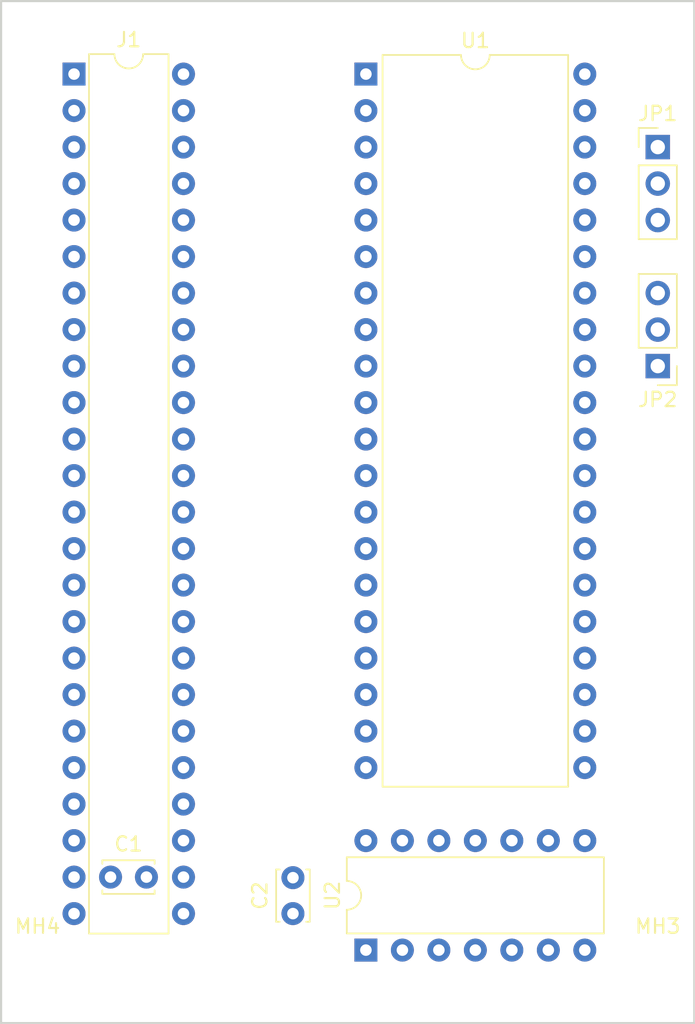
<source format=kicad_pcb>
(kicad_pcb (version 20171130) (host pcbnew 5.1.5+dfsg1-2build2)

  (general
    (thickness 1.6)
    (drawings 4)
    (tracks 0)
    (zones 0)
    (modules 11)
    (nets 52)
  )

  (page A4)
  (layers
    (0 F.Cu signal hide)
    (31 B.Cu signal)
    (32 B.Adhes user)
    (33 F.Adhes user)
    (34 B.Paste user)
    (35 F.Paste user)
    (36 B.SilkS user)
    (37 F.SilkS user)
    (38 B.Mask user)
    (39 F.Mask user)
    (40 Dwgs.User user)
    (41 Cmts.User user)
    (42 Eco1.User user)
    (43 Eco2.User user)
    (44 Edge.Cuts user)
    (45 Margin user)
    (46 B.CrtYd user)
    (47 F.CrtYd user)
    (48 B.Fab user)
    (49 F.Fab user)
  )

  (setup
    (last_trace_width 0.2)
    (user_trace_width 0.2)
    (user_trace_width 0.4)
    (user_trace_width 0.6)
    (user_trace_width 0.8)
    (user_trace_width 1)
    (user_trace_width 1.2)
    (user_trace_width 1.6)
    (user_trace_width 2)
    (trace_clearance 0.2)
    (zone_clearance 0.35)
    (zone_45_only no)
    (trace_min 0.1524)
    (via_size 0.6)
    (via_drill 0.3)
    (via_min_size 0.5)
    (via_min_drill 0.2)
    (user_via 0.9 0.5)
    (user_via 1.2 0.8)
    (user_via 1.4 0.9)
    (user_via 1.5 1)
    (uvia_size 0.3)
    (uvia_drill 0.1)
    (uvias_allowed no)
    (uvia_min_size 0.2)
    (uvia_min_drill 0.1)
    (edge_width 0.15)
    (segment_width 0.2)
    (pcb_text_width 0.3)
    (pcb_text_size 1.5 1.5)
    (mod_edge_width 0.15)
    (mod_text_size 1 1)
    (mod_text_width 0.15)
    (pad_size 3.2 3.2)
    (pad_drill 3.2)
    (pad_to_mask_clearance 0.051)
    (solder_mask_min_width 0.25)
    (aux_axis_origin 101 70)
    (grid_origin 101 70)
    (visible_elements FFFDFF7F)
    (pcbplotparams
      (layerselection 0x010fc_ffffffff)
      (usegerberextensions false)
      (usegerberattributes false)
      (usegerberadvancedattributes false)
      (creategerberjobfile false)
      (excludeedgelayer true)
      (linewidth 0.100000)
      (plotframeref false)
      (viasonmask false)
      (mode 1)
      (useauxorigin false)
      (hpglpennumber 1)
      (hpglpenspeed 20)
      (hpglpendiameter 15.000000)
      (psnegative false)
      (psa4output false)
      (plotreference true)
      (plotvalue true)
      (plotinvisibletext false)
      (padsonsilk false)
      (subtractmaskfromsilk false)
      (outputformat 1)
      (mirror false)
      (drillshape 1)
      (scaleselection 1)
      (outputdirectory ""))
  )

  (net 0 "")
  (net 1 VCC)
  (net 2 GND)
  (net 3 "Net-(J1-Pad30)")
  (net 4 /P26)
  (net 5 "Net-(J1-Pad27)")
  (net 6 /P27)
  (net 7 /P47)
  (net 8 "Net-(J1-Pad28)")
  (net 9 "Net-(J1-Pad29)")
  (net 10 /P46)
  (net 11 "Net-(J1-Pad26)")
  (net 12 "Net-(J1-Pad19)")
  (net 13 /P25)
  (net 14 /P24)
  (net 15 /P23)
  (net 16 /P22)
  (net 17 /P21)
  (net 18 /P20)
  (net 19 /P34)
  (net 20 "Net-(J1-Pad10)")
  (net 21 /P35)
  (net 22 /P17)
  (net 23 /P36)
  (net 24 /P16)
  (net 25 "Net-(J1-Pad39)")
  (net 26 /P15)
  (net 27 /P40)
  (net 28 /P14)
  (net 29 /P41)
  (net 30 /P13)
  (net 31 /P42)
  (net 32 /P12)
  (net 33 /P11)
  (net 34 /P44)
  (net 35 /P10)
  (net 36 /P45)
  (net 37 /#RESET)
  (net 38 "Net-(U2-Pad11)")
  (net 39 "Net-(U2-Pad8)")
  (net 40 "Net-(JP1-Pad3)")
  (net 41 "Net-(U1-Pad3)")
  (net 42 /P50)
  (net 43 /P43)
  (net 44 /P52)
  (net 45 /P30)
  (net 46 /P31)
  (net 47 /P32)
  (net 48 /P33)
  (net 49 /P37)
  (net 50 /P51)
  (net 51 "Net-(JP2-Pad1)")

  (net_class Default "This is the default net class."
    (clearance 0.2)
    (trace_width 0.2)
    (via_dia 0.6)
    (via_drill 0.3)
    (uvia_dia 0.3)
    (uvia_drill 0.1)
    (diff_pair_width 0.2)
    (diff_pair_gap 0.2)
    (add_net /#RESET)
    (add_net /P10)
    (add_net /P11)
    (add_net /P12)
    (add_net /P13)
    (add_net /P14)
    (add_net /P15)
    (add_net /P16)
    (add_net /P17)
    (add_net /P20)
    (add_net /P21)
    (add_net /P22)
    (add_net /P23)
    (add_net /P24)
    (add_net /P25)
    (add_net /P26)
    (add_net /P27)
    (add_net /P30)
    (add_net /P31)
    (add_net /P32)
    (add_net /P33)
    (add_net /P34)
    (add_net /P35)
    (add_net /P36)
    (add_net /P37)
    (add_net /P40)
    (add_net /P41)
    (add_net /P42)
    (add_net /P43)
    (add_net /P44)
    (add_net /P45)
    (add_net /P46)
    (add_net /P47)
    (add_net /P50)
    (add_net /P51)
    (add_net /P52)
    (add_net GND)
    (add_net "Net-(J1-Pad10)")
    (add_net "Net-(J1-Pad19)")
    (add_net "Net-(J1-Pad26)")
    (add_net "Net-(J1-Pad27)")
    (add_net "Net-(J1-Pad28)")
    (add_net "Net-(J1-Pad29)")
    (add_net "Net-(J1-Pad30)")
    (add_net "Net-(J1-Pad39)")
    (add_net "Net-(JP1-Pad3)")
    (add_net "Net-(JP2-Pad1)")
    (add_net "Net-(U1-Pad3)")
    (add_net "Net-(U2-Pad11)")
    (add_net "Net-(U2-Pad8)")
    (add_net VCC)
  )

  (module Connector_PinHeader_2.54mm:PinHeader_1x03_P2.54mm_Vertical (layer F.Cu) (tedit 59FED5CC) (tstamp 619A5EA2)
    (at 144.18 92.86 180)
    (descr "Through hole straight pin header, 1x03, 2.54mm pitch, single row")
    (tags "Through hole pin header THT 1x03 2.54mm single row")
    (path /61AA28F8)
    (fp_text reference JP2 (at 0 -2.33) (layer F.SilkS)
      (effects (font (size 1 1) (thickness 0.15)))
    )
    (fp_text value SingleStep (at 0 7.41) (layer F.Fab)
      (effects (font (size 1 1) (thickness 0.15)))
    )
    (fp_text user %R (at 0 2.54 90) (layer F.Fab)
      (effects (font (size 1 1) (thickness 0.15)))
    )
    (fp_line (start 1.8 -1.8) (end -1.8 -1.8) (layer F.CrtYd) (width 0.05))
    (fp_line (start 1.8 6.85) (end 1.8 -1.8) (layer F.CrtYd) (width 0.05))
    (fp_line (start -1.8 6.85) (end 1.8 6.85) (layer F.CrtYd) (width 0.05))
    (fp_line (start -1.8 -1.8) (end -1.8 6.85) (layer F.CrtYd) (width 0.05))
    (fp_line (start -1.33 -1.33) (end 0 -1.33) (layer F.SilkS) (width 0.12))
    (fp_line (start -1.33 0) (end -1.33 -1.33) (layer F.SilkS) (width 0.12))
    (fp_line (start -1.33 1.27) (end 1.33 1.27) (layer F.SilkS) (width 0.12))
    (fp_line (start 1.33 1.27) (end 1.33 6.41) (layer F.SilkS) (width 0.12))
    (fp_line (start -1.33 1.27) (end -1.33 6.41) (layer F.SilkS) (width 0.12))
    (fp_line (start -1.33 6.41) (end 1.33 6.41) (layer F.SilkS) (width 0.12))
    (fp_line (start -1.27 -0.635) (end -0.635 -1.27) (layer F.Fab) (width 0.1))
    (fp_line (start -1.27 6.35) (end -1.27 -0.635) (layer F.Fab) (width 0.1))
    (fp_line (start 1.27 6.35) (end -1.27 6.35) (layer F.Fab) (width 0.1))
    (fp_line (start 1.27 -1.27) (end 1.27 6.35) (layer F.Fab) (width 0.1))
    (fp_line (start -0.635 -1.27) (end 1.27 -1.27) (layer F.Fab) (width 0.1))
    (pad 3 thru_hole oval (at 0 5.08 180) (size 1.7 1.7) (drill 1) (layers *.Cu *.Mask)
      (net 43 /P43))
    (pad 2 thru_hole oval (at 0 2.54 180) (size 1.7 1.7) (drill 1) (layers *.Cu *.Mask)
      (net 50 /P51))
    (pad 1 thru_hole rect (at 0 0 180) (size 1.7 1.7) (drill 1) (layers *.Cu *.Mask)
      (net 51 "Net-(JP2-Pad1)"))
    (model ${KISYS3DMOD}/Connector_PinHeader_2.54mm.3dshapes/PinHeader_1x03_P2.54mm_Vertical.wrl
      (at (xyz 0 0 0))
      (scale (xyz 1 1 1))
      (rotate (xyz 0 0 0))
    )
  )

  (module Package_DIP:DIP-40_W15.24mm (layer F.Cu) (tedit 5A02E8C5) (tstamp 61993FA6)
    (at 123.86 72.54)
    (descr "40-lead though-hole mounted DIP package, row spacing 15.24 mm (600 mils)")
    (tags "THT DIP DIL PDIP 2.54mm 15.24mm 600mil")
    (path /61A62C61)
    (fp_text reference U1 (at 7.62 -2.33) (layer F.SilkS)
      (effects (font (size 1 1) (thickness 0.15)))
    )
    (fp_text value MC6801P (at 7.62 50.59) (layer F.Fab)
      (effects (font (size 1 1) (thickness 0.15)))
    )
    (fp_text user %R (at 7.62 24.13) (layer F.Fab)
      (effects (font (size 1 1) (thickness 0.15)))
    )
    (fp_line (start 16.3 -1.55) (end -1.05 -1.55) (layer F.CrtYd) (width 0.05))
    (fp_line (start 16.3 49.8) (end 16.3 -1.55) (layer F.CrtYd) (width 0.05))
    (fp_line (start -1.05 49.8) (end 16.3 49.8) (layer F.CrtYd) (width 0.05))
    (fp_line (start -1.05 -1.55) (end -1.05 49.8) (layer F.CrtYd) (width 0.05))
    (fp_line (start 14.08 -1.33) (end 8.62 -1.33) (layer F.SilkS) (width 0.12))
    (fp_line (start 14.08 49.59) (end 14.08 -1.33) (layer F.SilkS) (width 0.12))
    (fp_line (start 1.16 49.59) (end 14.08 49.59) (layer F.SilkS) (width 0.12))
    (fp_line (start 1.16 -1.33) (end 1.16 49.59) (layer F.SilkS) (width 0.12))
    (fp_line (start 6.62 -1.33) (end 1.16 -1.33) (layer F.SilkS) (width 0.12))
    (fp_line (start 0.255 -0.27) (end 1.255 -1.27) (layer F.Fab) (width 0.1))
    (fp_line (start 0.255 49.53) (end 0.255 -0.27) (layer F.Fab) (width 0.1))
    (fp_line (start 14.985 49.53) (end 0.255 49.53) (layer F.Fab) (width 0.1))
    (fp_line (start 14.985 -1.27) (end 14.985 49.53) (layer F.Fab) (width 0.1))
    (fp_line (start 1.255 -1.27) (end 14.985 -1.27) (layer F.Fab) (width 0.1))
    (fp_arc (start 7.62 -1.33) (end 6.62 -1.33) (angle -180) (layer F.SilkS) (width 0.12))
    (pad 40 thru_hole oval (at 15.24 0) (size 1.6 1.6) (drill 0.8) (layers *.Cu *.Mask)
      (net 7 /P47))
    (pad 20 thru_hole oval (at 0 48.26) (size 1.6 1.6) (drill 0.8) (layers *.Cu *.Mask)
      (net 49 /P37))
    (pad 39 thru_hole oval (at 15.24 2.54) (size 1.6 1.6) (drill 0.8) (layers *.Cu *.Mask)
      (net 27 /P40))
    (pad 19 thru_hole oval (at 0 45.72) (size 1.6 1.6) (drill 0.8) (layers *.Cu *.Mask)
      (net 23 /P36))
    (pad 38 thru_hole oval (at 15.24 5.08) (size 1.6 1.6) (drill 0.8) (layers *.Cu *.Mask)
      (net 29 /P41))
    (pad 18 thru_hole oval (at 0 43.18) (size 1.6 1.6) (drill 0.8) (layers *.Cu *.Mask)
      (net 21 /P35))
    (pad 37 thru_hole oval (at 15.24 7.62) (size 1.6 1.6) (drill 0.8) (layers *.Cu *.Mask)
      (net 35 /P10))
    (pad 17 thru_hole oval (at 0 40.64) (size 1.6 1.6) (drill 0.8) (layers *.Cu *.Mask)
      (net 19 /P34))
    (pad 36 thru_hole oval (at 15.24 10.16) (size 1.6 1.6) (drill 0.8) (layers *.Cu *.Mask)
      (net 33 /P11))
    (pad 16 thru_hole oval (at 0 38.1) (size 1.6 1.6) (drill 0.8) (layers *.Cu *.Mask)
      (net 48 /P33))
    (pad 35 thru_hole oval (at 15.24 12.7) (size 1.6 1.6) (drill 0.8) (layers *.Cu *.Mask)
      (net 32 /P12))
    (pad 15 thru_hole oval (at 0 35.56) (size 1.6 1.6) (drill 0.8) (layers *.Cu *.Mask)
      (net 47 /P32))
    (pad 34 thru_hole oval (at 15.24 15.24) (size 1.6 1.6) (drill 0.8) (layers *.Cu *.Mask)
      (net 30 /P13))
    (pad 14 thru_hole oval (at 0 33.02) (size 1.6 1.6) (drill 0.8) (layers *.Cu *.Mask)
      (net 46 /P31))
    (pad 33 thru_hole oval (at 15.24 17.78) (size 1.6 1.6) (drill 0.8) (layers *.Cu *.Mask)
      (net 28 /P14))
    (pad 13 thru_hole oval (at 0 30.48) (size 1.6 1.6) (drill 0.8) (layers *.Cu *.Mask)
      (net 45 /P30))
    (pad 32 thru_hole oval (at 15.24 20.32) (size 1.6 1.6) (drill 0.8) (layers *.Cu *.Mask)
      (net 26 /P15))
    (pad 12 thru_hole oval (at 0 27.94) (size 1.6 1.6) (drill 0.8) (layers *.Cu *.Mask)
      (net 34 /P44))
    (pad 31 thru_hole oval (at 15.24 22.86) (size 1.6 1.6) (drill 0.8) (layers *.Cu *.Mask)
      (net 24 /P16))
    (pad 11 thru_hole oval (at 0 25.4) (size 1.6 1.6) (drill 0.8) (layers *.Cu *.Mask)
      (net 36 /P45))
    (pad 30 thru_hole oval (at 15.24 25.4) (size 1.6 1.6) (drill 0.8) (layers *.Cu *.Mask)
      (net 22 /P17))
    (pad 10 thru_hole oval (at 0 22.86) (size 1.6 1.6) (drill 0.8) (layers *.Cu *.Mask)
      (net 44 /P52))
    (pad 29 thru_hole oval (at 15.24 27.94) (size 1.6 1.6) (drill 0.8) (layers *.Cu *.Mask)
      (net 18 /P20))
    (pad 9 thru_hole oval (at 0 20.32) (size 1.6 1.6) (drill 0.8) (layers *.Cu *.Mask)
      (net 50 /P51))
    (pad 28 thru_hole oval (at 15.24 30.48) (size 1.6 1.6) (drill 0.8) (layers *.Cu *.Mask)
      (net 17 /P21))
    (pad 8 thru_hole oval (at 0 17.78) (size 1.6 1.6) (drill 0.8) (layers *.Cu *.Mask)
      (net 42 /P50))
    (pad 27 thru_hole oval (at 15.24 33.02) (size 1.6 1.6) (drill 0.8) (layers *.Cu *.Mask)
      (net 16 /P22))
    (pad 7 thru_hole oval (at 0 15.24) (size 1.6 1.6) (drill 0.8) (layers *.Cu *.Mask)
      (net 1 VCC))
    (pad 26 thru_hole oval (at 15.24 35.56) (size 1.6 1.6) (drill 0.8) (layers *.Cu *.Mask)
      (net 15 /P23))
    (pad 6 thru_hole oval (at 0 12.7) (size 1.6 1.6) (drill 0.8) (layers *.Cu *.Mask)
      (net 37 /#RESET))
    (pad 25 thru_hole oval (at 15.24 38.1) (size 1.6 1.6) (drill 0.8) (layers *.Cu *.Mask)
      (net 14 /P24))
    (pad 5 thru_hole oval (at 0 10.16) (size 1.6 1.6) (drill 0.8) (layers *.Cu *.Mask)
      (net 31 /P42))
    (pad 24 thru_hole oval (at 15.24 40.64) (size 1.6 1.6) (drill 0.8) (layers *.Cu *.Mask)
      (net 13 /P25))
    (pad 4 thru_hole oval (at 0 7.62) (size 1.6 1.6) (drill 0.8) (layers *.Cu *.Mask)
      (net 43 /P43))
    (pad 23 thru_hole oval (at 15.24 43.18) (size 1.6 1.6) (drill 0.8) (layers *.Cu *.Mask)
      (net 4 /P26))
    (pad 3 thru_hole oval (at 0 5.08) (size 1.6 1.6) (drill 0.8) (layers *.Cu *.Mask)
      (net 41 "Net-(U1-Pad3)"))
    (pad 22 thru_hole oval (at 15.24 45.72) (size 1.6 1.6) (drill 0.8) (layers *.Cu *.Mask)
      (net 6 /P27))
    (pad 2 thru_hole oval (at 0 2.54) (size 1.6 1.6) (drill 0.8) (layers *.Cu *.Mask)
      (net 8 "Net-(J1-Pad28)"))
    (pad 21 thru_hole oval (at 15.24 48.26) (size 1.6 1.6) (drill 0.8) (layers *.Cu *.Mask)
      (net 2 GND))
    (pad 1 thru_hole rect (at 0 0) (size 1.6 1.6) (drill 0.8) (layers *.Cu *.Mask)
      (net 2 GND))
    (model ${KISYS3DMOD}/Package_DIP.3dshapes/DIP-40_W15.24mm.wrl
      (at (xyz 0 0 0))
      (scale (xyz 1 1 1))
      (rotate (xyz 0 0 0))
    )
  )

  (module 0-LocalLibrary:DIP-48_W7.62mm (layer F.Cu) (tedit 6198C9C5) (tstamp 619935E5)
    (at 103.54 72.54)
    (descr "48-lead dip package, row spacing 7.62 mm (300 mils)")
    (tags "DIL DIP PDIP 2.54mm 7.62mm 300mill")
    (path /6188D20A)
    (fp_text reference J1 (at 3.81 -2.39) (layer F.SilkS)
      (effects (font (size 1 1) (thickness 0.15)))
    )
    (fp_text value BionicConnector (at 5.08 60.96) (layer F.Fab)
      (effects (font (size 1 1) (thickness 0.15)))
    )
    (fp_line (start 8.68 60.02) (end 8.68 18.72) (layer F.CrtYd) (width 0.05))
    (fp_line (start 7.365 59.69) (end 0.255 59.69) (layer F.Fab) (width 0.1))
    (fp_line (start 0.255 59.69) (end 0.255 20.05) (layer F.Fab) (width 0.1))
    (fp_line (start -1.1 60.02) (end 8.68 60.02) (layer F.CrtYd) (width 0.05))
    (fp_line (start -1.1 18.72) (end -1.1 60.02) (layer F.CrtYd) (width 0.05))
    (fp_line (start 6.58 59.81) (end 6.58 18.93) (layer F.SilkS) (width 0.12))
    (fp_line (start 1.04 59.81) (end 6.58 59.81) (layer F.SilkS) (width 0.12))
    (fp_line (start 1.04 18.93) (end 1.04 59.81) (layer F.SilkS) (width 0.12))
    (fp_line (start 7.365 19.05) (end 7.365 59.69) (layer F.Fab) (width 0.1))
    (fp_arc (start 3.81 -1.39) (end 2.81 -1.39) (angle -180) (layer F.SilkS) (width 0.12))
    (fp_line (start 8.68 -1.6) (end -1.1 -1.6) (layer F.CrtYd) (width 0.05))
    (fp_line (start 8.68 39.7) (end 8.68 -1.6) (layer F.CrtYd) (width 0.05))
    (fp_line (start -1.1 -1.6) (end -1.1 39.7) (layer F.CrtYd) (width 0.05))
    (fp_line (start 6.58 -1.39) (end 4.81 -1.39) (layer F.SilkS) (width 0.12))
    (fp_line (start 6.58 39.49) (end 6.58 -1.39) (layer F.SilkS) (width 0.12))
    (fp_line (start 1.04 -1.39) (end 1.04 39.49) (layer F.SilkS) (width 0.12))
    (fp_line (start 2.81 -1.39) (end 1.04 -1.39) (layer F.SilkS) (width 0.12))
    (fp_line (start 0.255 -0.27) (end 1.255 -1.27) (layer F.Fab) (width 0.1))
    (fp_line (start 0.255 39.37) (end 0.255 -0.27) (layer F.Fab) (width 0.1))
    (fp_line (start 7.365 -1.27) (end 7.365 39.37) (layer F.Fab) (width 0.1))
    (fp_line (start 1.255 -1.27) (end 7.365 -1.27) (layer F.Fab) (width 0.1))
    (fp_text user %R (at 3.81 19.05) (layer F.Fab)
      (effects (font (size 1 1) (thickness 0.15)))
    )
    (pad 20 thru_hole oval (at 0 48.26) (size 1.6 1.6) (drill 0.8) (layers *.Cu *.Mask)
      (net 42 /P50))
    (pad 24 thru_hole oval (at 0 58.42) (size 1.6 1.6) (drill 0.8) (layers *.Cu *.Mask)
      (net 1 VCC))
    (pad 25 thru_hole oval (at 7.62 58.42) (size 1.6 1.6) (drill 0.8) (layers *.Cu *.Mask)
      (net 1 VCC))
    (pad 23 thru_hole oval (at 0 55.88) (size 1.6 1.6) (drill 0.8) (layers *.Cu *.Mask)
      (net 1 VCC))
    (pad 30 thru_hole oval (at 7.62 45.72) (size 1.6 1.6) (drill 0.8) (layers *.Cu *.Mask)
      (net 3 "Net-(J1-Pad30)"))
    (pad 21 thru_hole oval (at 0 50.8) (size 1.6 1.6) (drill 0.8) (layers *.Cu *.Mask)
      (net 50 /P51))
    (pad 17 thru_hole oval (at 0 40.64) (size 1.6 1.6) (drill 0.8) (layers *.Cu *.Mask)
      (net 4 /P26))
    (pad 22 thru_hole oval (at 0 53.34) (size 1.6 1.6) (drill 0.8) (layers *.Cu *.Mask)
      (net 44 /P52))
    (pad 27 thru_hole oval (at 7.62 53.34) (size 1.6 1.6) (drill 0.8) (layers *.Cu *.Mask)
      (net 5 "Net-(J1-Pad27)"))
    (pad 18 thru_hole oval (at 0 43.18) (size 1.6 1.6) (drill 0.8) (layers *.Cu *.Mask)
      (net 6 /P27))
    (pad 31 thru_hole oval (at 7.62 43.18) (size 1.6 1.6) (drill 0.8) (layers *.Cu *.Mask)
      (net 7 /P47))
    (pad 28 thru_hole oval (at 7.62 50.8) (size 1.6 1.6) (drill 0.8) (layers *.Cu *.Mask)
      (net 8 "Net-(J1-Pad28)"))
    (pad 29 thru_hole oval (at 7.62 48.26) (size 1.6 1.6) (drill 0.8) (layers *.Cu *.Mask)
      (net 9 "Net-(J1-Pad29)"))
    (pad 32 thru_hole oval (at 7.62 40.64) (size 1.6 1.6) (drill 0.8) (layers *.Cu *.Mask)
      (net 10 /P46))
    (pad 26 thru_hole oval (at 7.62 55.88) (size 1.6 1.6) (drill 0.8) (layers *.Cu *.Mask)
      (net 11 "Net-(J1-Pad26)"))
    (pad 19 thru_hole oval (at 0 45.72) (size 1.6 1.6) (drill 0.8) (layers *.Cu *.Mask)
      (net 12 "Net-(J1-Pad19)"))
    (pad 48 thru_hole oval (at 7.62 0) (size 1.6 1.6) (drill 0.8) (layers *.Cu *.Mask)
      (net 2 GND))
    (pad 16 thru_hole oval (at 0 38.1) (size 1.6 1.6) (drill 0.8) (layers *.Cu *.Mask)
      (net 13 /P25))
    (pad 47 thru_hole oval (at 7.62 2.54) (size 1.6 1.6) (drill 0.8) (layers *.Cu *.Mask)
      (net 45 /P30))
    (pad 15 thru_hole oval (at 0 35.56) (size 1.6 1.6) (drill 0.8) (layers *.Cu *.Mask)
      (net 14 /P24))
    (pad 46 thru_hole oval (at 7.62 5.08) (size 1.6 1.6) (drill 0.8) (layers *.Cu *.Mask)
      (net 46 /P31))
    (pad 14 thru_hole oval (at 0 33.02) (size 1.6 1.6) (drill 0.8) (layers *.Cu *.Mask)
      (net 15 /P23))
    (pad 45 thru_hole oval (at 7.62 7.62) (size 1.6 1.6) (drill 0.8) (layers *.Cu *.Mask)
      (net 47 /P32))
    (pad 13 thru_hole oval (at 0 30.48) (size 1.6 1.6) (drill 0.8) (layers *.Cu *.Mask)
      (net 16 /P22))
    (pad 44 thru_hole oval (at 7.62 10.16) (size 1.6 1.6) (drill 0.8) (layers *.Cu *.Mask)
      (net 48 /P33))
    (pad 12 thru_hole oval (at 0 27.94) (size 1.6 1.6) (drill 0.8) (layers *.Cu *.Mask)
      (net 17 /P21))
    (pad 43 thru_hole oval (at 7.62 12.7) (size 1.6 1.6) (drill 0.8) (layers *.Cu *.Mask)
      (net 19 /P34))
    (pad 11 thru_hole oval (at 0 25.4) (size 1.6 1.6) (drill 0.8) (layers *.Cu *.Mask)
      (net 18 /P20))
    (pad 42 thru_hole oval (at 7.62 15.24) (size 1.6 1.6) (drill 0.8) (layers *.Cu *.Mask)
      (net 21 /P35))
    (pad 10 thru_hole oval (at 0 22.86) (size 1.6 1.6) (drill 0.8) (layers *.Cu *.Mask)
      (net 20 "Net-(J1-Pad10)"))
    (pad 41 thru_hole oval (at 7.62 17.78) (size 1.6 1.6) (drill 0.8) (layers *.Cu *.Mask)
      (net 23 /P36))
    (pad 9 thru_hole oval (at 0 20.32) (size 1.6 1.6) (drill 0.8) (layers *.Cu *.Mask)
      (net 22 /P17))
    (pad 40 thru_hole oval (at 7.62 20.32) (size 1.6 1.6) (drill 0.8) (layers *.Cu *.Mask)
      (net 49 /P37))
    (pad 8 thru_hole oval (at 0 17.78) (size 1.6 1.6) (drill 0.8) (layers *.Cu *.Mask)
      (net 24 /P16))
    (pad 39 thru_hole oval (at 7.62 22.86) (size 1.6 1.6) (drill 0.8) (layers *.Cu *.Mask)
      (net 25 "Net-(J1-Pad39)"))
    (pad 7 thru_hole oval (at 0 15.24) (size 1.6 1.6) (drill 0.8) (layers *.Cu *.Mask)
      (net 26 /P15))
    (pad 38 thru_hole oval (at 7.62 25.4) (size 1.6 1.6) (drill 0.8) (layers *.Cu *.Mask)
      (net 27 /P40))
    (pad 6 thru_hole oval (at 0 12.7) (size 1.6 1.6) (drill 0.8) (layers *.Cu *.Mask)
      (net 28 /P14))
    (pad 37 thru_hole oval (at 7.62 27.94) (size 1.6 1.6) (drill 0.8) (layers *.Cu *.Mask)
      (net 29 /P41))
    (pad 5 thru_hole oval (at 0 10.16) (size 1.6 1.6) (drill 0.8) (layers *.Cu *.Mask)
      (net 30 /P13))
    (pad 36 thru_hole oval (at 7.62 30.48) (size 1.6 1.6) (drill 0.8) (layers *.Cu *.Mask)
      (net 31 /P42))
    (pad 4 thru_hole oval (at 0 7.62) (size 1.6 1.6) (drill 0.8) (layers *.Cu *.Mask)
      (net 32 /P12))
    (pad 35 thru_hole oval (at 7.62 33.02) (size 1.6 1.6) (drill 0.8) (layers *.Cu *.Mask)
      (net 43 /P43))
    (pad 3 thru_hole oval (at 0 5.08) (size 1.6 1.6) (drill 0.8) (layers *.Cu *.Mask)
      (net 33 /P11))
    (pad 34 thru_hole oval (at 7.62 35.56) (size 1.6 1.6) (drill 0.8) (layers *.Cu *.Mask)
      (net 34 /P44))
    (pad 2 thru_hole oval (at 0 2.54) (size 1.6 1.6) (drill 0.8) (layers *.Cu *.Mask)
      (net 35 /P10))
    (pad 33 thru_hole oval (at 7.62 38.1) (size 1.6 1.6) (drill 0.8) (layers *.Cu *.Mask)
      (net 36 /P45))
    (pad 1 thru_hole rect (at 0 0) (size 1.6 1.6) (drill 0.8) (layers *.Cu *.Mask)
      (net 2 GND))
    (model ${KISYS3DMOD}/Package_DIP.3dshapes/DIP-32_W7.62mm.wrl
      (at (xyz 0 0 0))
      (scale (xyz 1 1 1))
      (rotate (xyz 0 0 0))
    )
  )

  (module Connector_PinHeader_2.54mm:PinHeader_1x03_P2.54mm_Vertical (layer F.Cu) (tedit 59FED5CC) (tstamp 61993273)
    (at 144.18 77.62)
    (descr "Through hole straight pin header, 1x03, 2.54mm pitch, single row")
    (tags "Through hole pin header THT 1x03 2.54mm single row")
    (path /61A4B6A4)
    (fp_text reference JP1 (at 0 -2.33) (layer F.SilkS)
      (effects (font (size 1 1) (thickness 0.15)))
    )
    (fp_text value MC/HD (at 0 7.41) (layer F.Fab)
      (effects (font (size 1 1) (thickness 0.15)))
    )
    (fp_text user %R (at 0 2.54 90) (layer F.Fab)
      (effects (font (size 1 1) (thickness 0.15)))
    )
    (fp_line (start 1.8 -1.8) (end -1.8 -1.8) (layer F.CrtYd) (width 0.05))
    (fp_line (start 1.8 6.85) (end 1.8 -1.8) (layer F.CrtYd) (width 0.05))
    (fp_line (start -1.8 6.85) (end 1.8 6.85) (layer F.CrtYd) (width 0.05))
    (fp_line (start -1.8 -1.8) (end -1.8 6.85) (layer F.CrtYd) (width 0.05))
    (fp_line (start -1.33 -1.33) (end 0 -1.33) (layer F.SilkS) (width 0.12))
    (fp_line (start -1.33 0) (end -1.33 -1.33) (layer F.SilkS) (width 0.12))
    (fp_line (start -1.33 1.27) (end 1.33 1.27) (layer F.SilkS) (width 0.12))
    (fp_line (start 1.33 1.27) (end 1.33 6.41) (layer F.SilkS) (width 0.12))
    (fp_line (start -1.33 1.27) (end -1.33 6.41) (layer F.SilkS) (width 0.12))
    (fp_line (start -1.33 6.41) (end 1.33 6.41) (layer F.SilkS) (width 0.12))
    (fp_line (start -1.27 -0.635) (end -0.635 -1.27) (layer F.Fab) (width 0.1))
    (fp_line (start -1.27 6.35) (end -1.27 -0.635) (layer F.Fab) (width 0.1))
    (fp_line (start 1.27 6.35) (end -1.27 6.35) (layer F.Fab) (width 0.1))
    (fp_line (start 1.27 -1.27) (end 1.27 6.35) (layer F.Fab) (width 0.1))
    (fp_line (start -0.635 -1.27) (end 1.27 -1.27) (layer F.Fab) (width 0.1))
    (pad 3 thru_hole oval (at 0 5.08) (size 1.7 1.7) (drill 1) (layers *.Cu *.Mask)
      (net 40 "Net-(JP1-Pad3)"))
    (pad 2 thru_hole oval (at 0 2.54) (size 1.7 1.7) (drill 1) (layers *.Cu *.Mask)
      (net 8 "Net-(J1-Pad28)"))
    (pad 1 thru_hole rect (at 0 0) (size 1.7 1.7) (drill 1) (layers *.Cu *.Mask)
      (net 2 GND))
    (model ${KISYS3DMOD}/Connector_PinHeader_2.54mm.3dshapes/PinHeader_1x03_P2.54mm_Vertical.wrl
      (at (xyz 0 0 0))
      (scale (xyz 1 1 1))
      (rotate (xyz 0 0 0))
    )
  )

  (module Package_DIP:DIP-14_W7.62mm (layer F.Cu) (tedit 5A02E8C5) (tstamp 618AAAB4)
    (at 123.86 133.5 90)
    (descr "14-lead though-hole mounted DIP package, row spacing 7.62 mm (300 mils)")
    (tags "THT DIP DIL PDIP 2.54mm 7.62mm 300mil")
    (path /618CEFAB)
    (fp_text reference U2 (at 3.81 -2.33 90) (layer F.SilkS)
      (effects (font (size 1 1) (thickness 0.15)))
    )
    (fp_text value 74HCT126 (at 3.81 17.57 90) (layer F.Fab)
      (effects (font (size 1 1) (thickness 0.15)))
    )
    (fp_text user %R (at 3.81 7.62 90) (layer F.Fab)
      (effects (font (size 1 1) (thickness 0.15)))
    )
    (fp_line (start 8.7 -1.55) (end -1.1 -1.55) (layer F.CrtYd) (width 0.05))
    (fp_line (start 8.7 16.8) (end 8.7 -1.55) (layer F.CrtYd) (width 0.05))
    (fp_line (start -1.1 16.8) (end 8.7 16.8) (layer F.CrtYd) (width 0.05))
    (fp_line (start -1.1 -1.55) (end -1.1 16.8) (layer F.CrtYd) (width 0.05))
    (fp_line (start 6.46 -1.33) (end 4.81 -1.33) (layer F.SilkS) (width 0.12))
    (fp_line (start 6.46 16.57) (end 6.46 -1.33) (layer F.SilkS) (width 0.12))
    (fp_line (start 1.16 16.57) (end 6.46 16.57) (layer F.SilkS) (width 0.12))
    (fp_line (start 1.16 -1.33) (end 1.16 16.57) (layer F.SilkS) (width 0.12))
    (fp_line (start 2.81 -1.33) (end 1.16 -1.33) (layer F.SilkS) (width 0.12))
    (fp_line (start 0.635 -0.27) (end 1.635 -1.27) (layer F.Fab) (width 0.1))
    (fp_line (start 0.635 16.51) (end 0.635 -0.27) (layer F.Fab) (width 0.1))
    (fp_line (start 6.985 16.51) (end 0.635 16.51) (layer F.Fab) (width 0.1))
    (fp_line (start 6.985 -1.27) (end 6.985 16.51) (layer F.Fab) (width 0.1))
    (fp_line (start 1.635 -1.27) (end 6.985 -1.27) (layer F.Fab) (width 0.1))
    (fp_arc (start 3.81 -1.33) (end 2.81 -1.33) (angle -180) (layer F.SilkS) (width 0.12))
    (pad 14 thru_hole oval (at 7.62 0 90) (size 1.6 1.6) (drill 0.8) (layers *.Cu *.Mask)
      (net 1 VCC))
    (pad 7 thru_hole oval (at 0 15.24 90) (size 1.6 1.6) (drill 0.8) (layers *.Cu *.Mask)
      (net 2 GND))
    (pad 13 thru_hole oval (at 7.62 2.54 90) (size 1.6 1.6) (drill 0.8) (layers *.Cu *.Mask)
      (net 2 GND))
    (pad 6 thru_hole oval (at 0 12.7 90) (size 1.6 1.6) (drill 0.8) (layers *.Cu *.Mask)
      (net 41 "Net-(U1-Pad3)"))
    (pad 12 thru_hole oval (at 7.62 5.08 90) (size 1.6 1.6) (drill 0.8) (layers *.Cu *.Mask)
      (net 2 GND))
    (pad 5 thru_hole oval (at 0 10.16 90) (size 1.6 1.6) (drill 0.8) (layers *.Cu *.Mask)
      (net 10 /P46))
    (pad 11 thru_hole oval (at 7.62 7.62 90) (size 1.6 1.6) (drill 0.8) (layers *.Cu *.Mask)
      (net 38 "Net-(U2-Pad11)"))
    (pad 4 thru_hole oval (at 0 7.62 90) (size 1.6 1.6) (drill 0.8) (layers *.Cu *.Mask)
      (net 1 VCC))
    (pad 10 thru_hole oval (at 7.62 10.16 90) (size 1.6 1.6) (drill 0.8) (layers *.Cu *.Mask)
      (net 2 GND))
    (pad 3 thru_hole oval (at 0 5.08 90) (size 1.6 1.6) (drill 0.8) (layers *.Cu *.Mask)
      (net 37 /#RESET))
    (pad 9 thru_hole oval (at 7.62 12.7 90) (size 1.6 1.6) (drill 0.8) (layers *.Cu *.Mask)
      (net 2 GND))
    (pad 2 thru_hole oval (at 0 2.54 90) (size 1.6 1.6) (drill 0.8) (layers *.Cu *.Mask)
      (net 1 VCC))
    (pad 8 thru_hole oval (at 7.62 15.24 90) (size 1.6 1.6) (drill 0.8) (layers *.Cu *.Mask)
      (net 39 "Net-(U2-Pad8)"))
    (pad 1 thru_hole rect (at 0 0 90) (size 1.6 1.6) (drill 0.8) (layers *.Cu *.Mask)
      (net 1 VCC))
    (model ${KISYS3DMOD}/Package_DIP.3dshapes/DIP-14_W7.62mm.wrl
      (at (xyz 0 0 0))
      (scale (xyz 1 1 1))
      (rotate (xyz 0 0 0))
    )
  )

  (module Capacitor_THT:C_Disc_D3.4mm_W2.1mm_P2.50mm (layer F.Cu) (tedit 5AE50EF0) (tstamp 618AAA0C)
    (at 118.78 130.96 90)
    (descr "C, Disc series, Radial, pin pitch=2.50mm, , diameter*width=3.4*2.1mm^2, Capacitor, http://www.vishay.com/docs/45233/krseries.pdf")
    (tags "C Disc series Radial pin pitch 2.50mm  diameter 3.4mm width 2.1mm Capacitor")
    (path /5D0E12B4)
    (fp_text reference C2 (at 1.25 -2.3 90) (layer F.SilkS)
      (effects (font (size 1 1) (thickness 0.15)))
    )
    (fp_text value 0.1u (at 1.25 2.3 90) (layer F.Fab)
      (effects (font (size 1 1) (thickness 0.15)))
    )
    (fp_text user %R (at 1.25 0 90) (layer F.Fab)
      (effects (font (size 0.68 0.68) (thickness 0.102)))
    )
    (fp_line (start 3.55 -1.3) (end -1.05 -1.3) (layer F.CrtYd) (width 0.05))
    (fp_line (start 3.55 1.3) (end 3.55 -1.3) (layer F.CrtYd) (width 0.05))
    (fp_line (start -1.05 1.3) (end 3.55 1.3) (layer F.CrtYd) (width 0.05))
    (fp_line (start -1.05 -1.3) (end -1.05 1.3) (layer F.CrtYd) (width 0.05))
    (fp_line (start 3.07 0.925) (end 3.07 1.17) (layer F.SilkS) (width 0.12))
    (fp_line (start 3.07 -1.17) (end 3.07 -0.925) (layer F.SilkS) (width 0.12))
    (fp_line (start -0.57 0.925) (end -0.57 1.17) (layer F.SilkS) (width 0.12))
    (fp_line (start -0.57 -1.17) (end -0.57 -0.925) (layer F.SilkS) (width 0.12))
    (fp_line (start -0.57 1.17) (end 3.07 1.17) (layer F.SilkS) (width 0.12))
    (fp_line (start -0.57 -1.17) (end 3.07 -1.17) (layer F.SilkS) (width 0.12))
    (fp_line (start 2.95 -1.05) (end -0.45 -1.05) (layer F.Fab) (width 0.1))
    (fp_line (start 2.95 1.05) (end 2.95 -1.05) (layer F.Fab) (width 0.1))
    (fp_line (start -0.45 1.05) (end 2.95 1.05) (layer F.Fab) (width 0.1))
    (fp_line (start -0.45 -1.05) (end -0.45 1.05) (layer F.Fab) (width 0.1))
    (pad 2 thru_hole circle (at 2.5 0 90) (size 1.6 1.6) (drill 0.8) (layers *.Cu *.Mask)
      (net 2 GND))
    (pad 1 thru_hole circle (at 0 0 90) (size 1.6 1.6) (drill 0.8) (layers *.Cu *.Mask)
      (net 1 VCC))
    (model ${KISYS3DMOD}/Capacitor_THT.3dshapes/C_Disc_D3.4mm_W2.1mm_P2.50mm.wrl
      (at (xyz 0 0 0))
      (scale (xyz 1 1 1))
      (rotate (xyz 0 0 0))
    )
  )

  (module Capacitor_THT:C_Disc_D3.4mm_W2.1mm_P2.50mm (layer F.Cu) (tedit 5AE50EF0) (tstamp 618AAC4D)
    (at 106.08 128.42)
    (descr "C, Disc series, Radial, pin pitch=2.50mm, , diameter*width=3.4*2.1mm^2, Capacitor, http://www.vishay.com/docs/45233/krseries.pdf")
    (tags "C Disc series Radial pin pitch 2.50mm  diameter 3.4mm width 2.1mm Capacitor")
    (path /618D4C16)
    (fp_text reference C1 (at 1.25 -2.3) (layer F.SilkS)
      (effects (font (size 1 1) (thickness 0.15)))
    )
    (fp_text value 0.1u (at 1.25 2.3) (layer F.Fab)
      (effects (font (size 1 1) (thickness 0.15)))
    )
    (fp_text user %R (at 1.25 0) (layer F.Fab)
      (effects (font (size 0.68 0.68) (thickness 0.102)))
    )
    (fp_line (start 3.55 -1.3) (end -1.05 -1.3) (layer F.CrtYd) (width 0.05))
    (fp_line (start 3.55 1.3) (end 3.55 -1.3) (layer F.CrtYd) (width 0.05))
    (fp_line (start -1.05 1.3) (end 3.55 1.3) (layer F.CrtYd) (width 0.05))
    (fp_line (start -1.05 -1.3) (end -1.05 1.3) (layer F.CrtYd) (width 0.05))
    (fp_line (start 3.07 0.925) (end 3.07 1.17) (layer F.SilkS) (width 0.12))
    (fp_line (start 3.07 -1.17) (end 3.07 -0.925) (layer F.SilkS) (width 0.12))
    (fp_line (start -0.57 0.925) (end -0.57 1.17) (layer F.SilkS) (width 0.12))
    (fp_line (start -0.57 -1.17) (end -0.57 -0.925) (layer F.SilkS) (width 0.12))
    (fp_line (start -0.57 1.17) (end 3.07 1.17) (layer F.SilkS) (width 0.12))
    (fp_line (start -0.57 -1.17) (end 3.07 -1.17) (layer F.SilkS) (width 0.12))
    (fp_line (start 2.95 -1.05) (end -0.45 -1.05) (layer F.Fab) (width 0.1))
    (fp_line (start 2.95 1.05) (end 2.95 -1.05) (layer F.Fab) (width 0.1))
    (fp_line (start -0.45 1.05) (end 2.95 1.05) (layer F.Fab) (width 0.1))
    (fp_line (start -0.45 -1.05) (end -0.45 1.05) (layer F.Fab) (width 0.1))
    (pad 2 thru_hole circle (at 2.5 0) (size 1.6 1.6) (drill 0.8) (layers *.Cu *.Mask)
      (net 2 GND))
    (pad 1 thru_hole circle (at 0 0) (size 1.6 1.6) (drill 0.8) (layers *.Cu *.Mask)
      (net 1 VCC))
    (model ${KISYS3DMOD}/Capacitor_THT.3dshapes/C_Disc_D3.4mm_W2.1mm_P2.50mm.wrl
      (at (xyz 0 0 0))
      (scale (xyz 1 1 1))
      (rotate (xyz 0 0 0))
    )
  )

  (module MountingHole:MountingHole_3.2mm_M3 (layer F.Cu) (tedit 56D1B4CB) (tstamp 618AA90D)
    (at 101 136.04)
    (descr "Mounting Hole 3.2mm, no annular, M3")
    (tags "mounting hole 3.2mm no annular m3")
    (attr virtual)
    (fp_text reference MH4 (at 0 -4.2) (layer F.SilkS)
      (effects (font (size 1 1) (thickness 0.15)))
    )
    (fp_text value MountingHole_3.2mm_M3 (at 0 4.2) (layer F.Fab)
      (effects (font (size 1 1) (thickness 0.15)))
    )
    (fp_circle (center 0 0) (end 3.45 0) (layer F.CrtYd) (width 0.05))
    (fp_circle (center 0 0) (end 3.2 0) (layer Cmts.User) (width 0.15))
    (fp_text user %R (at 0.3 0) (layer F.Fab)
      (effects (font (size 1 1) (thickness 0.15)))
    )
    (pad 1 np_thru_hole circle (at 0 0) (size 3.2 3.2) (drill 3.2) (layers *.Cu *.Mask))
  )

  (module MountingHole:MountingHole_3.2mm_M3 (layer F.Cu) (tedit 56D1B4CB) (tstamp 618AA8EF)
    (at 144.18 136.04)
    (descr "Mounting Hole 3.2mm, no annular, M3")
    (tags "mounting hole 3.2mm no annular m3")
    (attr virtual)
    (fp_text reference MH3 (at 0 -4.2) (layer F.SilkS)
      (effects (font (size 1 1) (thickness 0.15)))
    )
    (fp_text value MountingHole_3.2mm_M3 (at 0 4.2) (layer F.Fab)
      (effects (font (size 1 1) (thickness 0.15)))
    )
    (fp_circle (center 0 0) (end 3.45 0) (layer F.CrtYd) (width 0.05))
    (fp_circle (center 0 0) (end 3.2 0) (layer Cmts.User) (width 0.15))
    (fp_text user %R (at 0.3 0) (layer F.Fab)
      (effects (font (size 1 1) (thickness 0.15)))
    )
    (pad 1 np_thru_hole circle (at 0 0) (size 3.2 3.2) (drill 3.2) (layers *.Cu *.Mask))
  )

  (module MountingHole:MountingHole_3.2mm_M3 (layer F.Cu) (tedit 56D1B4CB) (tstamp 618AA8C0)
    (at 144.18 70)
    (descr "Mounting Hole 3.2mm, no annular, M3")
    (tags "mounting hole 3.2mm no annular m3")
    (attr virtual)
    (fp_text reference MH2 (at 0 -4.2) (layer F.SilkS)
      (effects (font (size 1 1) (thickness 0.15)))
    )
    (fp_text value MountingHole_3.2mm_M3 (at 0 4.2) (layer F.Fab)
      (effects (font (size 1 1) (thickness 0.15)))
    )
    (fp_circle (center 0 0) (end 3.45 0) (layer F.CrtYd) (width 0.05))
    (fp_circle (center 0 0) (end 3.2 0) (layer Cmts.User) (width 0.15))
    (fp_text user %R (at 0.3 0) (layer F.Fab)
      (effects (font (size 1 1) (thickness 0.15)))
    )
    (pad 1 np_thru_hole circle (at 0 0) (size 3.2 3.2) (drill 3.2) (layers *.Cu *.Mask))
  )

  (module MountingHole:MountingHole_3.2mm_M3 (layer F.Cu) (tedit 618A6455) (tstamp 618AA897)
    (at 101 70)
    (descr "Mounting Hole 3.2mm, no annular, M3")
    (tags "mounting hole 3.2mm no annular m3")
    (attr virtual)
    (fp_text reference MH1 (at 0 -4.2) (layer F.SilkS)
      (effects (font (size 1 1) (thickness 0.15)))
    )
    (fp_text value MountingHole_3.2mm_M3 (at 0 4.2) (layer F.Fab)
      (effects (font (size 1 1) (thickness 0.15)))
    )
    (fp_circle (center 0 0) (end 3.45 0) (layer F.CrtYd) (width 0.05))
    (fp_circle (center 0 0) (end 3.2 0) (layer Cmts.User) (width 0.15))
    (fp_text user %R (at 0.3 0) (layer F.Fab)
      (effects (font (size 1 1) (thickness 0.15)))
    )
    (pad "" np_thru_hole circle (at 0 0) (size 3.2 3.2) (drill 3.2) (layers *.Cu *.Mask))
  )

  (gr_line (start 98.46 138.58) (end 98.46 67.46) (layer Edge.Cuts) (width 0.15) (tstamp 618AA84D))
  (gr_line (start 146.72 138.58) (end 98.46 138.58) (layer Edge.Cuts) (width 0.15))
  (gr_line (start 146.72 67.46) (end 146.72 138.58) (layer Edge.Cuts) (width 0.15))
  (gr_line (start 98.46 67.46) (end 146.72 67.46) (layer Edge.Cuts) (width 0.15))

)

</source>
